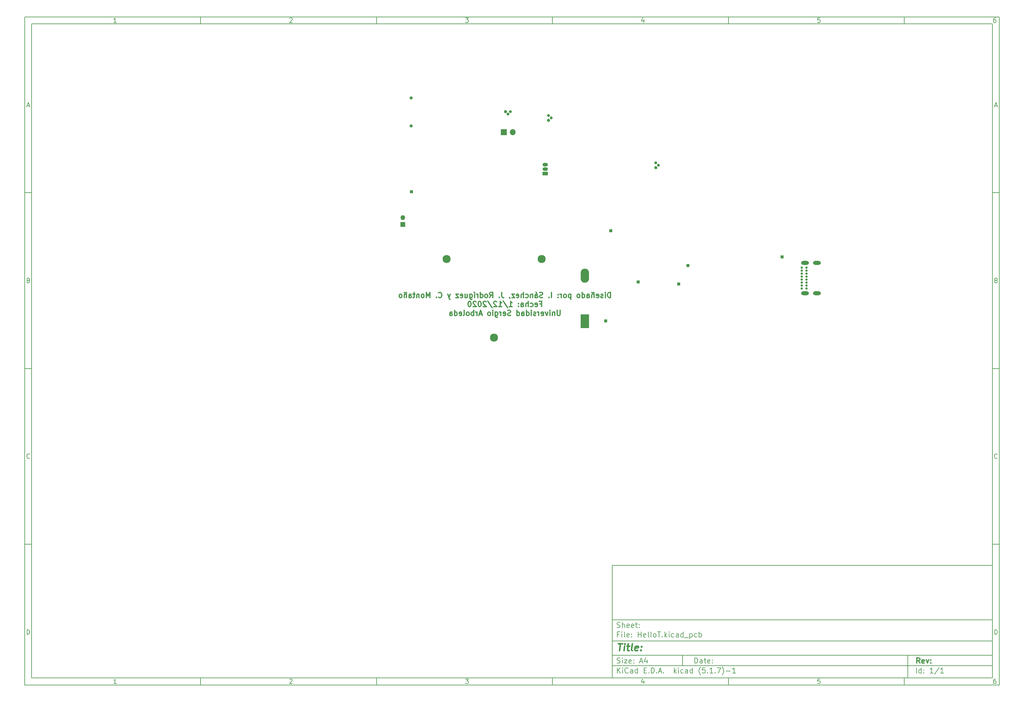
<source format=gbr>
%TF.GenerationSoftware,KiCad,Pcbnew,(5.1.7)-1*%
%TF.CreationDate,2020-12-03T05:33:56-05:00*%
%TF.ProjectId,HelIoT,48656c49-6f54-42e6-9b69-6361645f7063,rev?*%
%TF.SameCoordinates,Original*%
%TF.FileFunction,Soldermask,Bot*%
%TF.FilePolarity,Negative*%
%FSLAX46Y46*%
G04 Gerber Fmt 4.6, Leading zero omitted, Abs format (unit mm)*
G04 Created by KiCad (PCBNEW (5.1.7)-1) date 2020-12-03 05:33:56*
%MOMM*%
%LPD*%
G01*
G04 APERTURE LIST*
%ADD10C,0.100000*%
%ADD11C,0.150000*%
%ADD12C,0.300000*%
%ADD13C,0.400000*%
%ADD14O,1.350000X1.350000*%
%ADD15R,1.350000X1.350000*%
%ADD16R,0.850000X0.850000*%
%ADD17R,1.500000X1.050000*%
%ADD18O,1.500000X1.050000*%
%ADD19C,0.900000*%
%ADD20O,1.700000X1.700000*%
%ADD21R,1.700000X1.700000*%
%ADD22C,0.800000*%
%ADD23R,2.410000X4.020000*%
%ADD24O,2.410000X4.020000*%
%ADD25C,2.300000*%
%ADD26O,2.216000X1.108000*%
%ADD27C,0.650000*%
G04 APERTURE END LIST*
D10*
D11*
X177002200Y-166007200D02*
X177002200Y-198007200D01*
X285002200Y-198007200D01*
X285002200Y-166007200D01*
X177002200Y-166007200D01*
D10*
D11*
X10000000Y-10000000D02*
X10000000Y-200007200D01*
X287002200Y-200007200D01*
X287002200Y-10000000D01*
X10000000Y-10000000D01*
D10*
D11*
X12000000Y-12000000D02*
X12000000Y-198007200D01*
X285002200Y-198007200D01*
X285002200Y-12000000D01*
X12000000Y-12000000D01*
D10*
D11*
X60000000Y-12000000D02*
X60000000Y-10000000D01*
D10*
D11*
X110000000Y-12000000D02*
X110000000Y-10000000D01*
D10*
D11*
X160000000Y-12000000D02*
X160000000Y-10000000D01*
D10*
D11*
X210000000Y-12000000D02*
X210000000Y-10000000D01*
D10*
D11*
X260000000Y-12000000D02*
X260000000Y-10000000D01*
D10*
D11*
X36065476Y-11588095D02*
X35322619Y-11588095D01*
X35694047Y-11588095D02*
X35694047Y-10288095D01*
X35570238Y-10473809D01*
X35446428Y-10597619D01*
X35322619Y-10659523D01*
D10*
D11*
X85322619Y-10411904D02*
X85384523Y-10350000D01*
X85508333Y-10288095D01*
X85817857Y-10288095D01*
X85941666Y-10350000D01*
X86003571Y-10411904D01*
X86065476Y-10535714D01*
X86065476Y-10659523D01*
X86003571Y-10845238D01*
X85260714Y-11588095D01*
X86065476Y-11588095D01*
D10*
D11*
X135260714Y-10288095D02*
X136065476Y-10288095D01*
X135632142Y-10783333D01*
X135817857Y-10783333D01*
X135941666Y-10845238D01*
X136003571Y-10907142D01*
X136065476Y-11030952D01*
X136065476Y-11340476D01*
X136003571Y-11464285D01*
X135941666Y-11526190D01*
X135817857Y-11588095D01*
X135446428Y-11588095D01*
X135322619Y-11526190D01*
X135260714Y-11464285D01*
D10*
D11*
X185941666Y-10721428D02*
X185941666Y-11588095D01*
X185632142Y-10226190D02*
X185322619Y-11154761D01*
X186127380Y-11154761D01*
D10*
D11*
X236003571Y-10288095D02*
X235384523Y-10288095D01*
X235322619Y-10907142D01*
X235384523Y-10845238D01*
X235508333Y-10783333D01*
X235817857Y-10783333D01*
X235941666Y-10845238D01*
X236003571Y-10907142D01*
X236065476Y-11030952D01*
X236065476Y-11340476D01*
X236003571Y-11464285D01*
X235941666Y-11526190D01*
X235817857Y-11588095D01*
X235508333Y-11588095D01*
X235384523Y-11526190D01*
X235322619Y-11464285D01*
D10*
D11*
X285941666Y-10288095D02*
X285694047Y-10288095D01*
X285570238Y-10350000D01*
X285508333Y-10411904D01*
X285384523Y-10597619D01*
X285322619Y-10845238D01*
X285322619Y-11340476D01*
X285384523Y-11464285D01*
X285446428Y-11526190D01*
X285570238Y-11588095D01*
X285817857Y-11588095D01*
X285941666Y-11526190D01*
X286003571Y-11464285D01*
X286065476Y-11340476D01*
X286065476Y-11030952D01*
X286003571Y-10907142D01*
X285941666Y-10845238D01*
X285817857Y-10783333D01*
X285570238Y-10783333D01*
X285446428Y-10845238D01*
X285384523Y-10907142D01*
X285322619Y-11030952D01*
D10*
D11*
X60000000Y-198007200D02*
X60000000Y-200007200D01*
D10*
D11*
X110000000Y-198007200D02*
X110000000Y-200007200D01*
D10*
D11*
X160000000Y-198007200D02*
X160000000Y-200007200D01*
D10*
D11*
X210000000Y-198007200D02*
X210000000Y-200007200D01*
D10*
D11*
X260000000Y-198007200D02*
X260000000Y-200007200D01*
D10*
D11*
X36065476Y-199595295D02*
X35322619Y-199595295D01*
X35694047Y-199595295D02*
X35694047Y-198295295D01*
X35570238Y-198481009D01*
X35446428Y-198604819D01*
X35322619Y-198666723D01*
D10*
D11*
X85322619Y-198419104D02*
X85384523Y-198357200D01*
X85508333Y-198295295D01*
X85817857Y-198295295D01*
X85941666Y-198357200D01*
X86003571Y-198419104D01*
X86065476Y-198542914D01*
X86065476Y-198666723D01*
X86003571Y-198852438D01*
X85260714Y-199595295D01*
X86065476Y-199595295D01*
D10*
D11*
X135260714Y-198295295D02*
X136065476Y-198295295D01*
X135632142Y-198790533D01*
X135817857Y-198790533D01*
X135941666Y-198852438D01*
X136003571Y-198914342D01*
X136065476Y-199038152D01*
X136065476Y-199347676D01*
X136003571Y-199471485D01*
X135941666Y-199533390D01*
X135817857Y-199595295D01*
X135446428Y-199595295D01*
X135322619Y-199533390D01*
X135260714Y-199471485D01*
D10*
D11*
X185941666Y-198728628D02*
X185941666Y-199595295D01*
X185632142Y-198233390D02*
X185322619Y-199161961D01*
X186127380Y-199161961D01*
D10*
D11*
X236003571Y-198295295D02*
X235384523Y-198295295D01*
X235322619Y-198914342D01*
X235384523Y-198852438D01*
X235508333Y-198790533D01*
X235817857Y-198790533D01*
X235941666Y-198852438D01*
X236003571Y-198914342D01*
X236065476Y-199038152D01*
X236065476Y-199347676D01*
X236003571Y-199471485D01*
X235941666Y-199533390D01*
X235817857Y-199595295D01*
X235508333Y-199595295D01*
X235384523Y-199533390D01*
X235322619Y-199471485D01*
D10*
D11*
X285941666Y-198295295D02*
X285694047Y-198295295D01*
X285570238Y-198357200D01*
X285508333Y-198419104D01*
X285384523Y-198604819D01*
X285322619Y-198852438D01*
X285322619Y-199347676D01*
X285384523Y-199471485D01*
X285446428Y-199533390D01*
X285570238Y-199595295D01*
X285817857Y-199595295D01*
X285941666Y-199533390D01*
X286003571Y-199471485D01*
X286065476Y-199347676D01*
X286065476Y-199038152D01*
X286003571Y-198914342D01*
X285941666Y-198852438D01*
X285817857Y-198790533D01*
X285570238Y-198790533D01*
X285446428Y-198852438D01*
X285384523Y-198914342D01*
X285322619Y-199038152D01*
D10*
D11*
X10000000Y-60000000D02*
X12000000Y-60000000D01*
D10*
D11*
X10000000Y-110000000D02*
X12000000Y-110000000D01*
D10*
D11*
X10000000Y-160000000D02*
X12000000Y-160000000D01*
D10*
D11*
X10690476Y-35216666D02*
X11309523Y-35216666D01*
X10566666Y-35588095D02*
X11000000Y-34288095D01*
X11433333Y-35588095D01*
D10*
D11*
X11092857Y-84907142D02*
X11278571Y-84969047D01*
X11340476Y-85030952D01*
X11402380Y-85154761D01*
X11402380Y-85340476D01*
X11340476Y-85464285D01*
X11278571Y-85526190D01*
X11154761Y-85588095D01*
X10659523Y-85588095D01*
X10659523Y-84288095D01*
X11092857Y-84288095D01*
X11216666Y-84350000D01*
X11278571Y-84411904D01*
X11340476Y-84535714D01*
X11340476Y-84659523D01*
X11278571Y-84783333D01*
X11216666Y-84845238D01*
X11092857Y-84907142D01*
X10659523Y-84907142D01*
D10*
D11*
X11402380Y-135464285D02*
X11340476Y-135526190D01*
X11154761Y-135588095D01*
X11030952Y-135588095D01*
X10845238Y-135526190D01*
X10721428Y-135402380D01*
X10659523Y-135278571D01*
X10597619Y-135030952D01*
X10597619Y-134845238D01*
X10659523Y-134597619D01*
X10721428Y-134473809D01*
X10845238Y-134350000D01*
X11030952Y-134288095D01*
X11154761Y-134288095D01*
X11340476Y-134350000D01*
X11402380Y-134411904D01*
D10*
D11*
X10659523Y-185588095D02*
X10659523Y-184288095D01*
X10969047Y-184288095D01*
X11154761Y-184350000D01*
X11278571Y-184473809D01*
X11340476Y-184597619D01*
X11402380Y-184845238D01*
X11402380Y-185030952D01*
X11340476Y-185278571D01*
X11278571Y-185402380D01*
X11154761Y-185526190D01*
X10969047Y-185588095D01*
X10659523Y-185588095D01*
D10*
D11*
X287002200Y-60000000D02*
X285002200Y-60000000D01*
D10*
D11*
X287002200Y-110000000D02*
X285002200Y-110000000D01*
D10*
D11*
X287002200Y-160000000D02*
X285002200Y-160000000D01*
D10*
D11*
X285692676Y-35216666D02*
X286311723Y-35216666D01*
X285568866Y-35588095D02*
X286002200Y-34288095D01*
X286435533Y-35588095D01*
D10*
D11*
X286095057Y-84907142D02*
X286280771Y-84969047D01*
X286342676Y-85030952D01*
X286404580Y-85154761D01*
X286404580Y-85340476D01*
X286342676Y-85464285D01*
X286280771Y-85526190D01*
X286156961Y-85588095D01*
X285661723Y-85588095D01*
X285661723Y-84288095D01*
X286095057Y-84288095D01*
X286218866Y-84350000D01*
X286280771Y-84411904D01*
X286342676Y-84535714D01*
X286342676Y-84659523D01*
X286280771Y-84783333D01*
X286218866Y-84845238D01*
X286095057Y-84907142D01*
X285661723Y-84907142D01*
D10*
D11*
X286404580Y-135464285D02*
X286342676Y-135526190D01*
X286156961Y-135588095D01*
X286033152Y-135588095D01*
X285847438Y-135526190D01*
X285723628Y-135402380D01*
X285661723Y-135278571D01*
X285599819Y-135030952D01*
X285599819Y-134845238D01*
X285661723Y-134597619D01*
X285723628Y-134473809D01*
X285847438Y-134350000D01*
X286033152Y-134288095D01*
X286156961Y-134288095D01*
X286342676Y-134350000D01*
X286404580Y-134411904D01*
D10*
D11*
X285661723Y-185588095D02*
X285661723Y-184288095D01*
X285971247Y-184288095D01*
X286156961Y-184350000D01*
X286280771Y-184473809D01*
X286342676Y-184597619D01*
X286404580Y-184845238D01*
X286404580Y-185030952D01*
X286342676Y-185278571D01*
X286280771Y-185402380D01*
X286156961Y-185526190D01*
X285971247Y-185588095D01*
X285661723Y-185588095D01*
D10*
D11*
X200434342Y-193785771D02*
X200434342Y-192285771D01*
X200791485Y-192285771D01*
X201005771Y-192357200D01*
X201148628Y-192500057D01*
X201220057Y-192642914D01*
X201291485Y-192928628D01*
X201291485Y-193142914D01*
X201220057Y-193428628D01*
X201148628Y-193571485D01*
X201005771Y-193714342D01*
X200791485Y-193785771D01*
X200434342Y-193785771D01*
X202577200Y-193785771D02*
X202577200Y-193000057D01*
X202505771Y-192857200D01*
X202362914Y-192785771D01*
X202077200Y-192785771D01*
X201934342Y-192857200D01*
X202577200Y-193714342D02*
X202434342Y-193785771D01*
X202077200Y-193785771D01*
X201934342Y-193714342D01*
X201862914Y-193571485D01*
X201862914Y-193428628D01*
X201934342Y-193285771D01*
X202077200Y-193214342D01*
X202434342Y-193214342D01*
X202577200Y-193142914D01*
X203077200Y-192785771D02*
X203648628Y-192785771D01*
X203291485Y-192285771D02*
X203291485Y-193571485D01*
X203362914Y-193714342D01*
X203505771Y-193785771D01*
X203648628Y-193785771D01*
X204720057Y-193714342D02*
X204577200Y-193785771D01*
X204291485Y-193785771D01*
X204148628Y-193714342D01*
X204077200Y-193571485D01*
X204077200Y-193000057D01*
X204148628Y-192857200D01*
X204291485Y-192785771D01*
X204577200Y-192785771D01*
X204720057Y-192857200D01*
X204791485Y-193000057D01*
X204791485Y-193142914D01*
X204077200Y-193285771D01*
X205434342Y-193642914D02*
X205505771Y-193714342D01*
X205434342Y-193785771D01*
X205362914Y-193714342D01*
X205434342Y-193642914D01*
X205434342Y-193785771D01*
X205434342Y-192857200D02*
X205505771Y-192928628D01*
X205434342Y-193000057D01*
X205362914Y-192928628D01*
X205434342Y-192857200D01*
X205434342Y-193000057D01*
D10*
D11*
X177002200Y-194507200D02*
X285002200Y-194507200D01*
D10*
D11*
X178434342Y-196585771D02*
X178434342Y-195085771D01*
X179291485Y-196585771D02*
X178648628Y-195728628D01*
X179291485Y-195085771D02*
X178434342Y-195942914D01*
X179934342Y-196585771D02*
X179934342Y-195585771D01*
X179934342Y-195085771D02*
X179862914Y-195157200D01*
X179934342Y-195228628D01*
X180005771Y-195157200D01*
X179934342Y-195085771D01*
X179934342Y-195228628D01*
X181505771Y-196442914D02*
X181434342Y-196514342D01*
X181220057Y-196585771D01*
X181077200Y-196585771D01*
X180862914Y-196514342D01*
X180720057Y-196371485D01*
X180648628Y-196228628D01*
X180577200Y-195942914D01*
X180577200Y-195728628D01*
X180648628Y-195442914D01*
X180720057Y-195300057D01*
X180862914Y-195157200D01*
X181077200Y-195085771D01*
X181220057Y-195085771D01*
X181434342Y-195157200D01*
X181505771Y-195228628D01*
X182791485Y-196585771D02*
X182791485Y-195800057D01*
X182720057Y-195657200D01*
X182577200Y-195585771D01*
X182291485Y-195585771D01*
X182148628Y-195657200D01*
X182791485Y-196514342D02*
X182648628Y-196585771D01*
X182291485Y-196585771D01*
X182148628Y-196514342D01*
X182077200Y-196371485D01*
X182077200Y-196228628D01*
X182148628Y-196085771D01*
X182291485Y-196014342D01*
X182648628Y-196014342D01*
X182791485Y-195942914D01*
X184148628Y-196585771D02*
X184148628Y-195085771D01*
X184148628Y-196514342D02*
X184005771Y-196585771D01*
X183720057Y-196585771D01*
X183577200Y-196514342D01*
X183505771Y-196442914D01*
X183434342Y-196300057D01*
X183434342Y-195871485D01*
X183505771Y-195728628D01*
X183577200Y-195657200D01*
X183720057Y-195585771D01*
X184005771Y-195585771D01*
X184148628Y-195657200D01*
X186005771Y-195800057D02*
X186505771Y-195800057D01*
X186720057Y-196585771D02*
X186005771Y-196585771D01*
X186005771Y-195085771D01*
X186720057Y-195085771D01*
X187362914Y-196442914D02*
X187434342Y-196514342D01*
X187362914Y-196585771D01*
X187291485Y-196514342D01*
X187362914Y-196442914D01*
X187362914Y-196585771D01*
X188077200Y-196585771D02*
X188077200Y-195085771D01*
X188434342Y-195085771D01*
X188648628Y-195157200D01*
X188791485Y-195300057D01*
X188862914Y-195442914D01*
X188934342Y-195728628D01*
X188934342Y-195942914D01*
X188862914Y-196228628D01*
X188791485Y-196371485D01*
X188648628Y-196514342D01*
X188434342Y-196585771D01*
X188077200Y-196585771D01*
X189577200Y-196442914D02*
X189648628Y-196514342D01*
X189577200Y-196585771D01*
X189505771Y-196514342D01*
X189577200Y-196442914D01*
X189577200Y-196585771D01*
X190220057Y-196157200D02*
X190934342Y-196157200D01*
X190077200Y-196585771D02*
X190577200Y-195085771D01*
X191077200Y-196585771D01*
X191577200Y-196442914D02*
X191648628Y-196514342D01*
X191577200Y-196585771D01*
X191505771Y-196514342D01*
X191577200Y-196442914D01*
X191577200Y-196585771D01*
X194577200Y-196585771D02*
X194577200Y-195085771D01*
X194720057Y-196014342D02*
X195148628Y-196585771D01*
X195148628Y-195585771D02*
X194577200Y-196157200D01*
X195791485Y-196585771D02*
X195791485Y-195585771D01*
X195791485Y-195085771D02*
X195720057Y-195157200D01*
X195791485Y-195228628D01*
X195862914Y-195157200D01*
X195791485Y-195085771D01*
X195791485Y-195228628D01*
X197148628Y-196514342D02*
X197005771Y-196585771D01*
X196720057Y-196585771D01*
X196577200Y-196514342D01*
X196505771Y-196442914D01*
X196434342Y-196300057D01*
X196434342Y-195871485D01*
X196505771Y-195728628D01*
X196577200Y-195657200D01*
X196720057Y-195585771D01*
X197005771Y-195585771D01*
X197148628Y-195657200D01*
X198434342Y-196585771D02*
X198434342Y-195800057D01*
X198362914Y-195657200D01*
X198220057Y-195585771D01*
X197934342Y-195585771D01*
X197791485Y-195657200D01*
X198434342Y-196514342D02*
X198291485Y-196585771D01*
X197934342Y-196585771D01*
X197791485Y-196514342D01*
X197720057Y-196371485D01*
X197720057Y-196228628D01*
X197791485Y-196085771D01*
X197934342Y-196014342D01*
X198291485Y-196014342D01*
X198434342Y-195942914D01*
X199791485Y-196585771D02*
X199791485Y-195085771D01*
X199791485Y-196514342D02*
X199648628Y-196585771D01*
X199362914Y-196585771D01*
X199220057Y-196514342D01*
X199148628Y-196442914D01*
X199077200Y-196300057D01*
X199077200Y-195871485D01*
X199148628Y-195728628D01*
X199220057Y-195657200D01*
X199362914Y-195585771D01*
X199648628Y-195585771D01*
X199791485Y-195657200D01*
X202077200Y-197157200D02*
X202005771Y-197085771D01*
X201862914Y-196871485D01*
X201791485Y-196728628D01*
X201720057Y-196514342D01*
X201648628Y-196157200D01*
X201648628Y-195871485D01*
X201720057Y-195514342D01*
X201791485Y-195300057D01*
X201862914Y-195157200D01*
X202005771Y-194942914D01*
X202077200Y-194871485D01*
X203362914Y-195085771D02*
X202648628Y-195085771D01*
X202577200Y-195800057D01*
X202648628Y-195728628D01*
X202791485Y-195657200D01*
X203148628Y-195657200D01*
X203291485Y-195728628D01*
X203362914Y-195800057D01*
X203434342Y-195942914D01*
X203434342Y-196300057D01*
X203362914Y-196442914D01*
X203291485Y-196514342D01*
X203148628Y-196585771D01*
X202791485Y-196585771D01*
X202648628Y-196514342D01*
X202577200Y-196442914D01*
X204077200Y-196442914D02*
X204148628Y-196514342D01*
X204077200Y-196585771D01*
X204005771Y-196514342D01*
X204077200Y-196442914D01*
X204077200Y-196585771D01*
X205577200Y-196585771D02*
X204720057Y-196585771D01*
X205148628Y-196585771D02*
X205148628Y-195085771D01*
X205005771Y-195300057D01*
X204862914Y-195442914D01*
X204720057Y-195514342D01*
X206220057Y-196442914D02*
X206291485Y-196514342D01*
X206220057Y-196585771D01*
X206148628Y-196514342D01*
X206220057Y-196442914D01*
X206220057Y-196585771D01*
X206791485Y-195085771D02*
X207791485Y-195085771D01*
X207148628Y-196585771D01*
X208220057Y-197157200D02*
X208291485Y-197085771D01*
X208434342Y-196871485D01*
X208505771Y-196728628D01*
X208577200Y-196514342D01*
X208648628Y-196157200D01*
X208648628Y-195871485D01*
X208577200Y-195514342D01*
X208505771Y-195300057D01*
X208434342Y-195157200D01*
X208291485Y-194942914D01*
X208220057Y-194871485D01*
X209362914Y-196014342D02*
X210505771Y-196014342D01*
X212005771Y-196585771D02*
X211148628Y-196585771D01*
X211577200Y-196585771D02*
X211577200Y-195085771D01*
X211434342Y-195300057D01*
X211291485Y-195442914D01*
X211148628Y-195514342D01*
D10*
D11*
X177002200Y-191507200D02*
X285002200Y-191507200D01*
D10*
D12*
X264411485Y-193785771D02*
X263911485Y-193071485D01*
X263554342Y-193785771D02*
X263554342Y-192285771D01*
X264125771Y-192285771D01*
X264268628Y-192357200D01*
X264340057Y-192428628D01*
X264411485Y-192571485D01*
X264411485Y-192785771D01*
X264340057Y-192928628D01*
X264268628Y-193000057D01*
X264125771Y-193071485D01*
X263554342Y-193071485D01*
X265625771Y-193714342D02*
X265482914Y-193785771D01*
X265197200Y-193785771D01*
X265054342Y-193714342D01*
X264982914Y-193571485D01*
X264982914Y-193000057D01*
X265054342Y-192857200D01*
X265197200Y-192785771D01*
X265482914Y-192785771D01*
X265625771Y-192857200D01*
X265697200Y-193000057D01*
X265697200Y-193142914D01*
X264982914Y-193285771D01*
X266197200Y-192785771D02*
X266554342Y-193785771D01*
X266911485Y-192785771D01*
X267482914Y-193642914D02*
X267554342Y-193714342D01*
X267482914Y-193785771D01*
X267411485Y-193714342D01*
X267482914Y-193642914D01*
X267482914Y-193785771D01*
X267482914Y-192857200D02*
X267554342Y-192928628D01*
X267482914Y-193000057D01*
X267411485Y-192928628D01*
X267482914Y-192857200D01*
X267482914Y-193000057D01*
D10*
D11*
X178362914Y-193714342D02*
X178577200Y-193785771D01*
X178934342Y-193785771D01*
X179077200Y-193714342D01*
X179148628Y-193642914D01*
X179220057Y-193500057D01*
X179220057Y-193357200D01*
X179148628Y-193214342D01*
X179077200Y-193142914D01*
X178934342Y-193071485D01*
X178648628Y-193000057D01*
X178505771Y-192928628D01*
X178434342Y-192857200D01*
X178362914Y-192714342D01*
X178362914Y-192571485D01*
X178434342Y-192428628D01*
X178505771Y-192357200D01*
X178648628Y-192285771D01*
X179005771Y-192285771D01*
X179220057Y-192357200D01*
X179862914Y-193785771D02*
X179862914Y-192785771D01*
X179862914Y-192285771D02*
X179791485Y-192357200D01*
X179862914Y-192428628D01*
X179934342Y-192357200D01*
X179862914Y-192285771D01*
X179862914Y-192428628D01*
X180434342Y-192785771D02*
X181220057Y-192785771D01*
X180434342Y-193785771D01*
X181220057Y-193785771D01*
X182362914Y-193714342D02*
X182220057Y-193785771D01*
X181934342Y-193785771D01*
X181791485Y-193714342D01*
X181720057Y-193571485D01*
X181720057Y-193000057D01*
X181791485Y-192857200D01*
X181934342Y-192785771D01*
X182220057Y-192785771D01*
X182362914Y-192857200D01*
X182434342Y-193000057D01*
X182434342Y-193142914D01*
X181720057Y-193285771D01*
X183077200Y-193642914D02*
X183148628Y-193714342D01*
X183077200Y-193785771D01*
X183005771Y-193714342D01*
X183077200Y-193642914D01*
X183077200Y-193785771D01*
X183077200Y-192857200D02*
X183148628Y-192928628D01*
X183077200Y-193000057D01*
X183005771Y-192928628D01*
X183077200Y-192857200D01*
X183077200Y-193000057D01*
X184862914Y-193357200D02*
X185577200Y-193357200D01*
X184720057Y-193785771D02*
X185220057Y-192285771D01*
X185720057Y-193785771D01*
X186862914Y-192785771D02*
X186862914Y-193785771D01*
X186505771Y-192214342D02*
X186148628Y-193285771D01*
X187077200Y-193285771D01*
D10*
D11*
X263434342Y-196585771D02*
X263434342Y-195085771D01*
X264791485Y-196585771D02*
X264791485Y-195085771D01*
X264791485Y-196514342D02*
X264648628Y-196585771D01*
X264362914Y-196585771D01*
X264220057Y-196514342D01*
X264148628Y-196442914D01*
X264077200Y-196300057D01*
X264077200Y-195871485D01*
X264148628Y-195728628D01*
X264220057Y-195657200D01*
X264362914Y-195585771D01*
X264648628Y-195585771D01*
X264791485Y-195657200D01*
X265505771Y-196442914D02*
X265577200Y-196514342D01*
X265505771Y-196585771D01*
X265434342Y-196514342D01*
X265505771Y-196442914D01*
X265505771Y-196585771D01*
X265505771Y-195657200D02*
X265577200Y-195728628D01*
X265505771Y-195800057D01*
X265434342Y-195728628D01*
X265505771Y-195657200D01*
X265505771Y-195800057D01*
X268148628Y-196585771D02*
X267291485Y-196585771D01*
X267720057Y-196585771D02*
X267720057Y-195085771D01*
X267577200Y-195300057D01*
X267434342Y-195442914D01*
X267291485Y-195514342D01*
X269862914Y-195014342D02*
X268577200Y-196942914D01*
X271148628Y-196585771D02*
X270291485Y-196585771D01*
X270720057Y-196585771D02*
X270720057Y-195085771D01*
X270577200Y-195300057D01*
X270434342Y-195442914D01*
X270291485Y-195514342D01*
D10*
D11*
X177002200Y-187507200D02*
X285002200Y-187507200D01*
D10*
D13*
X178714580Y-188211961D02*
X179857438Y-188211961D01*
X179036009Y-190211961D02*
X179286009Y-188211961D01*
X180274104Y-190211961D02*
X180440771Y-188878628D01*
X180524104Y-188211961D02*
X180416961Y-188307200D01*
X180500295Y-188402438D01*
X180607438Y-188307200D01*
X180524104Y-188211961D01*
X180500295Y-188402438D01*
X181107438Y-188878628D02*
X181869342Y-188878628D01*
X181476485Y-188211961D02*
X181262200Y-189926247D01*
X181333628Y-190116723D01*
X181512200Y-190211961D01*
X181702676Y-190211961D01*
X182655057Y-190211961D02*
X182476485Y-190116723D01*
X182405057Y-189926247D01*
X182619342Y-188211961D01*
X184190771Y-190116723D02*
X183988390Y-190211961D01*
X183607438Y-190211961D01*
X183428866Y-190116723D01*
X183357438Y-189926247D01*
X183452676Y-189164342D01*
X183571723Y-188973866D01*
X183774104Y-188878628D01*
X184155057Y-188878628D01*
X184333628Y-188973866D01*
X184405057Y-189164342D01*
X184381247Y-189354819D01*
X183405057Y-189545295D01*
X185155057Y-190021485D02*
X185238390Y-190116723D01*
X185131247Y-190211961D01*
X185047914Y-190116723D01*
X185155057Y-190021485D01*
X185131247Y-190211961D01*
X185286009Y-188973866D02*
X185369342Y-189069104D01*
X185262200Y-189164342D01*
X185178866Y-189069104D01*
X185286009Y-188973866D01*
X185262200Y-189164342D01*
D10*
D11*
X178934342Y-185600057D02*
X178434342Y-185600057D01*
X178434342Y-186385771D02*
X178434342Y-184885771D01*
X179148628Y-184885771D01*
X179720057Y-186385771D02*
X179720057Y-185385771D01*
X179720057Y-184885771D02*
X179648628Y-184957200D01*
X179720057Y-185028628D01*
X179791485Y-184957200D01*
X179720057Y-184885771D01*
X179720057Y-185028628D01*
X180648628Y-186385771D02*
X180505771Y-186314342D01*
X180434342Y-186171485D01*
X180434342Y-184885771D01*
X181791485Y-186314342D02*
X181648628Y-186385771D01*
X181362914Y-186385771D01*
X181220057Y-186314342D01*
X181148628Y-186171485D01*
X181148628Y-185600057D01*
X181220057Y-185457200D01*
X181362914Y-185385771D01*
X181648628Y-185385771D01*
X181791485Y-185457200D01*
X181862914Y-185600057D01*
X181862914Y-185742914D01*
X181148628Y-185885771D01*
X182505771Y-186242914D02*
X182577200Y-186314342D01*
X182505771Y-186385771D01*
X182434342Y-186314342D01*
X182505771Y-186242914D01*
X182505771Y-186385771D01*
X182505771Y-185457200D02*
X182577200Y-185528628D01*
X182505771Y-185600057D01*
X182434342Y-185528628D01*
X182505771Y-185457200D01*
X182505771Y-185600057D01*
X184362914Y-186385771D02*
X184362914Y-184885771D01*
X184362914Y-185600057D02*
X185220057Y-185600057D01*
X185220057Y-186385771D02*
X185220057Y-184885771D01*
X186505771Y-186314342D02*
X186362914Y-186385771D01*
X186077200Y-186385771D01*
X185934342Y-186314342D01*
X185862914Y-186171485D01*
X185862914Y-185600057D01*
X185934342Y-185457200D01*
X186077200Y-185385771D01*
X186362914Y-185385771D01*
X186505771Y-185457200D01*
X186577200Y-185600057D01*
X186577200Y-185742914D01*
X185862914Y-185885771D01*
X187434342Y-186385771D02*
X187291485Y-186314342D01*
X187220057Y-186171485D01*
X187220057Y-184885771D01*
X188005771Y-186385771D02*
X188005771Y-184885771D01*
X188934342Y-186385771D02*
X188791485Y-186314342D01*
X188720057Y-186242914D01*
X188648628Y-186100057D01*
X188648628Y-185671485D01*
X188720057Y-185528628D01*
X188791485Y-185457200D01*
X188934342Y-185385771D01*
X189148628Y-185385771D01*
X189291485Y-185457200D01*
X189362914Y-185528628D01*
X189434342Y-185671485D01*
X189434342Y-186100057D01*
X189362914Y-186242914D01*
X189291485Y-186314342D01*
X189148628Y-186385771D01*
X188934342Y-186385771D01*
X189862914Y-184885771D02*
X190720057Y-184885771D01*
X190291485Y-186385771D02*
X190291485Y-184885771D01*
X191220057Y-186242914D02*
X191291485Y-186314342D01*
X191220057Y-186385771D01*
X191148628Y-186314342D01*
X191220057Y-186242914D01*
X191220057Y-186385771D01*
X191934342Y-186385771D02*
X191934342Y-184885771D01*
X192077200Y-185814342D02*
X192505771Y-186385771D01*
X192505771Y-185385771D02*
X191934342Y-185957200D01*
X193148628Y-186385771D02*
X193148628Y-185385771D01*
X193148628Y-184885771D02*
X193077200Y-184957200D01*
X193148628Y-185028628D01*
X193220057Y-184957200D01*
X193148628Y-184885771D01*
X193148628Y-185028628D01*
X194505771Y-186314342D02*
X194362914Y-186385771D01*
X194077200Y-186385771D01*
X193934342Y-186314342D01*
X193862914Y-186242914D01*
X193791485Y-186100057D01*
X193791485Y-185671485D01*
X193862914Y-185528628D01*
X193934342Y-185457200D01*
X194077200Y-185385771D01*
X194362914Y-185385771D01*
X194505771Y-185457200D01*
X195791485Y-186385771D02*
X195791485Y-185600057D01*
X195720057Y-185457200D01*
X195577200Y-185385771D01*
X195291485Y-185385771D01*
X195148628Y-185457200D01*
X195791485Y-186314342D02*
X195648628Y-186385771D01*
X195291485Y-186385771D01*
X195148628Y-186314342D01*
X195077200Y-186171485D01*
X195077200Y-186028628D01*
X195148628Y-185885771D01*
X195291485Y-185814342D01*
X195648628Y-185814342D01*
X195791485Y-185742914D01*
X197148628Y-186385771D02*
X197148628Y-184885771D01*
X197148628Y-186314342D02*
X197005771Y-186385771D01*
X196720057Y-186385771D01*
X196577200Y-186314342D01*
X196505771Y-186242914D01*
X196434342Y-186100057D01*
X196434342Y-185671485D01*
X196505771Y-185528628D01*
X196577200Y-185457200D01*
X196720057Y-185385771D01*
X197005771Y-185385771D01*
X197148628Y-185457200D01*
X197505771Y-186528628D02*
X198648628Y-186528628D01*
X199005771Y-185385771D02*
X199005771Y-186885771D01*
X199005771Y-185457200D02*
X199148628Y-185385771D01*
X199434342Y-185385771D01*
X199577200Y-185457200D01*
X199648628Y-185528628D01*
X199720057Y-185671485D01*
X199720057Y-186100057D01*
X199648628Y-186242914D01*
X199577200Y-186314342D01*
X199434342Y-186385771D01*
X199148628Y-186385771D01*
X199005771Y-186314342D01*
X201005771Y-186314342D02*
X200862914Y-186385771D01*
X200577200Y-186385771D01*
X200434342Y-186314342D01*
X200362914Y-186242914D01*
X200291485Y-186100057D01*
X200291485Y-185671485D01*
X200362914Y-185528628D01*
X200434342Y-185457200D01*
X200577200Y-185385771D01*
X200862914Y-185385771D01*
X201005771Y-185457200D01*
X201648628Y-186385771D02*
X201648628Y-184885771D01*
X201648628Y-185457200D02*
X201791485Y-185385771D01*
X202077200Y-185385771D01*
X202220057Y-185457200D01*
X202291485Y-185528628D01*
X202362914Y-185671485D01*
X202362914Y-186100057D01*
X202291485Y-186242914D01*
X202220057Y-186314342D01*
X202077200Y-186385771D01*
X201791485Y-186385771D01*
X201648628Y-186314342D01*
D10*
D11*
X177002200Y-181507200D02*
X285002200Y-181507200D01*
D10*
D11*
X178362914Y-183614342D02*
X178577200Y-183685771D01*
X178934342Y-183685771D01*
X179077200Y-183614342D01*
X179148628Y-183542914D01*
X179220057Y-183400057D01*
X179220057Y-183257200D01*
X179148628Y-183114342D01*
X179077200Y-183042914D01*
X178934342Y-182971485D01*
X178648628Y-182900057D01*
X178505771Y-182828628D01*
X178434342Y-182757200D01*
X178362914Y-182614342D01*
X178362914Y-182471485D01*
X178434342Y-182328628D01*
X178505771Y-182257200D01*
X178648628Y-182185771D01*
X179005771Y-182185771D01*
X179220057Y-182257200D01*
X179862914Y-183685771D02*
X179862914Y-182185771D01*
X180505771Y-183685771D02*
X180505771Y-182900057D01*
X180434342Y-182757200D01*
X180291485Y-182685771D01*
X180077200Y-182685771D01*
X179934342Y-182757200D01*
X179862914Y-182828628D01*
X181791485Y-183614342D02*
X181648628Y-183685771D01*
X181362914Y-183685771D01*
X181220057Y-183614342D01*
X181148628Y-183471485D01*
X181148628Y-182900057D01*
X181220057Y-182757200D01*
X181362914Y-182685771D01*
X181648628Y-182685771D01*
X181791485Y-182757200D01*
X181862914Y-182900057D01*
X181862914Y-183042914D01*
X181148628Y-183185771D01*
X183077200Y-183614342D02*
X182934342Y-183685771D01*
X182648628Y-183685771D01*
X182505771Y-183614342D01*
X182434342Y-183471485D01*
X182434342Y-182900057D01*
X182505771Y-182757200D01*
X182648628Y-182685771D01*
X182934342Y-182685771D01*
X183077200Y-182757200D01*
X183148628Y-182900057D01*
X183148628Y-183042914D01*
X182434342Y-183185771D01*
X183577200Y-182685771D02*
X184148628Y-182685771D01*
X183791485Y-182185771D02*
X183791485Y-183471485D01*
X183862914Y-183614342D01*
X184005771Y-183685771D01*
X184148628Y-183685771D01*
X184648628Y-183542914D02*
X184720057Y-183614342D01*
X184648628Y-183685771D01*
X184577200Y-183614342D01*
X184648628Y-183542914D01*
X184648628Y-183685771D01*
X184648628Y-182757200D02*
X184720057Y-182828628D01*
X184648628Y-182900057D01*
X184577200Y-182828628D01*
X184648628Y-182757200D01*
X184648628Y-182900057D01*
D10*
D11*
X197002200Y-191507200D02*
X197002200Y-194507200D01*
D10*
D11*
X261002200Y-191507200D02*
X261002200Y-198007200D01*
D12*
X176500000Y-89853571D02*
X176500000Y-88353571D01*
X176142857Y-88353571D01*
X175928571Y-88425000D01*
X175785714Y-88567857D01*
X175714285Y-88710714D01*
X175642857Y-88996428D01*
X175642857Y-89210714D01*
X175714285Y-89496428D01*
X175785714Y-89639285D01*
X175928571Y-89782142D01*
X176142857Y-89853571D01*
X176500000Y-89853571D01*
X175000000Y-89853571D02*
X175000000Y-88853571D01*
X175000000Y-88353571D02*
X175071428Y-88425000D01*
X175000000Y-88496428D01*
X174928571Y-88425000D01*
X175000000Y-88353571D01*
X175000000Y-88496428D01*
X174357142Y-89782142D02*
X174214285Y-89853571D01*
X173928571Y-89853571D01*
X173785714Y-89782142D01*
X173714285Y-89639285D01*
X173714285Y-89567857D01*
X173785714Y-89425000D01*
X173928571Y-89353571D01*
X174142857Y-89353571D01*
X174285714Y-89282142D01*
X174357142Y-89139285D01*
X174357142Y-89067857D01*
X174285714Y-88925000D01*
X174142857Y-88853571D01*
X173928571Y-88853571D01*
X173785714Y-88925000D01*
X172500000Y-89782142D02*
X172642857Y-89853571D01*
X172928571Y-89853571D01*
X173071428Y-89782142D01*
X173142857Y-89639285D01*
X173142857Y-89067857D01*
X173071428Y-88925000D01*
X172928571Y-88853571D01*
X172642857Y-88853571D01*
X172500000Y-88925000D01*
X172428571Y-89067857D01*
X172428571Y-89210714D01*
X173142857Y-89353571D01*
X171785714Y-88853571D02*
X171785714Y-89853571D01*
X171785714Y-88996428D02*
X171714285Y-88925000D01*
X171571428Y-88853571D01*
X171357142Y-88853571D01*
X171214285Y-88925000D01*
X171142857Y-89067857D01*
X171142857Y-89853571D01*
X171857142Y-88496428D02*
X171785714Y-88425000D01*
X171642857Y-88353571D01*
X171357142Y-88496428D01*
X171214285Y-88425000D01*
X171142857Y-88353571D01*
X169785714Y-89853571D02*
X169785714Y-89067857D01*
X169857142Y-88925000D01*
X170000000Y-88853571D01*
X170285714Y-88853571D01*
X170428571Y-88925000D01*
X169785714Y-89782142D02*
X169928571Y-89853571D01*
X170285714Y-89853571D01*
X170428571Y-89782142D01*
X170500000Y-89639285D01*
X170500000Y-89496428D01*
X170428571Y-89353571D01*
X170285714Y-89282142D01*
X169928571Y-89282142D01*
X169785714Y-89210714D01*
X168428571Y-89853571D02*
X168428571Y-88353571D01*
X168428571Y-89782142D02*
X168571428Y-89853571D01*
X168857142Y-89853571D01*
X169000000Y-89782142D01*
X169071428Y-89710714D01*
X169142857Y-89567857D01*
X169142857Y-89139285D01*
X169071428Y-88996428D01*
X169000000Y-88925000D01*
X168857142Y-88853571D01*
X168571428Y-88853571D01*
X168428571Y-88925000D01*
X167500000Y-89853571D02*
X167642857Y-89782142D01*
X167714285Y-89710714D01*
X167785714Y-89567857D01*
X167785714Y-89139285D01*
X167714285Y-88996428D01*
X167642857Y-88925000D01*
X167500000Y-88853571D01*
X167285714Y-88853571D01*
X167142857Y-88925000D01*
X167071428Y-88996428D01*
X167000000Y-89139285D01*
X167000000Y-89567857D01*
X167071428Y-89710714D01*
X167142857Y-89782142D01*
X167285714Y-89853571D01*
X167500000Y-89853571D01*
X165214285Y-88853571D02*
X165214285Y-90353571D01*
X165214285Y-88925000D02*
X165071428Y-88853571D01*
X164785714Y-88853571D01*
X164642857Y-88925000D01*
X164571428Y-88996428D01*
X164500000Y-89139285D01*
X164500000Y-89567857D01*
X164571428Y-89710714D01*
X164642857Y-89782142D01*
X164785714Y-89853571D01*
X165071428Y-89853571D01*
X165214285Y-89782142D01*
X163642857Y-89853571D02*
X163785714Y-89782142D01*
X163857142Y-89710714D01*
X163928571Y-89567857D01*
X163928571Y-89139285D01*
X163857142Y-88996428D01*
X163785714Y-88925000D01*
X163642857Y-88853571D01*
X163428571Y-88853571D01*
X163285714Y-88925000D01*
X163214285Y-88996428D01*
X163142857Y-89139285D01*
X163142857Y-89567857D01*
X163214285Y-89710714D01*
X163285714Y-89782142D01*
X163428571Y-89853571D01*
X163642857Y-89853571D01*
X162500000Y-89853571D02*
X162500000Y-88853571D01*
X162500000Y-89139285D02*
X162428571Y-88996428D01*
X162357142Y-88925000D01*
X162214285Y-88853571D01*
X162071428Y-88853571D01*
X161571428Y-89710714D02*
X161500000Y-89782142D01*
X161571428Y-89853571D01*
X161642857Y-89782142D01*
X161571428Y-89710714D01*
X161571428Y-89853571D01*
X161571428Y-88925000D02*
X161500000Y-88996428D01*
X161571428Y-89067857D01*
X161642857Y-88996428D01*
X161571428Y-88925000D01*
X161571428Y-89067857D01*
X159714285Y-89853571D02*
X159714285Y-88353571D01*
X159000000Y-89710714D02*
X158928571Y-89782142D01*
X159000000Y-89853571D01*
X159071428Y-89782142D01*
X159000000Y-89710714D01*
X159000000Y-89853571D01*
X157214285Y-89782142D02*
X157000000Y-89853571D01*
X156642857Y-89853571D01*
X156500000Y-89782142D01*
X156428571Y-89710714D01*
X156357142Y-89567857D01*
X156357142Y-89425000D01*
X156428571Y-89282142D01*
X156500000Y-89210714D01*
X156642857Y-89139285D01*
X156928571Y-89067857D01*
X157071428Y-88996428D01*
X157142857Y-88925000D01*
X157214285Y-88782142D01*
X157214285Y-88639285D01*
X157142857Y-88496428D01*
X157071428Y-88425000D01*
X156928571Y-88353571D01*
X156571428Y-88353571D01*
X156357142Y-88425000D01*
X155071428Y-89853571D02*
X155071428Y-89067857D01*
X155142857Y-88925000D01*
X155285714Y-88853571D01*
X155571428Y-88853571D01*
X155714285Y-88925000D01*
X155071428Y-89782142D02*
X155214285Y-89853571D01*
X155571428Y-89853571D01*
X155714285Y-89782142D01*
X155785714Y-89639285D01*
X155785714Y-89496428D01*
X155714285Y-89353571D01*
X155571428Y-89282142D01*
X155214285Y-89282142D01*
X155071428Y-89210714D01*
X155285714Y-88282142D02*
X155500000Y-88496428D01*
X154357142Y-88853571D02*
X154357142Y-89853571D01*
X154357142Y-88996428D02*
X154285714Y-88925000D01*
X154142857Y-88853571D01*
X153928571Y-88853571D01*
X153785714Y-88925000D01*
X153714285Y-89067857D01*
X153714285Y-89853571D01*
X152357142Y-89782142D02*
X152500000Y-89853571D01*
X152785714Y-89853571D01*
X152928571Y-89782142D01*
X153000000Y-89710714D01*
X153071428Y-89567857D01*
X153071428Y-89139285D01*
X153000000Y-88996428D01*
X152928571Y-88925000D01*
X152785714Y-88853571D01*
X152500000Y-88853571D01*
X152357142Y-88925000D01*
X151714285Y-89853571D02*
X151714285Y-88353571D01*
X151071428Y-89853571D02*
X151071428Y-89067857D01*
X151142857Y-88925000D01*
X151285714Y-88853571D01*
X151500000Y-88853571D01*
X151642857Y-88925000D01*
X151714285Y-88996428D01*
X149785714Y-89782142D02*
X149928571Y-89853571D01*
X150214285Y-89853571D01*
X150357142Y-89782142D01*
X150428571Y-89639285D01*
X150428571Y-89067857D01*
X150357142Y-88925000D01*
X150214285Y-88853571D01*
X149928571Y-88853571D01*
X149785714Y-88925000D01*
X149714285Y-89067857D01*
X149714285Y-89210714D01*
X150428571Y-89353571D01*
X149214285Y-88853571D02*
X148428571Y-88853571D01*
X149214285Y-89853571D01*
X148428571Y-89853571D01*
X147785714Y-89782142D02*
X147785714Y-89853571D01*
X147857142Y-89996428D01*
X147928571Y-90067857D01*
X145571428Y-88353571D02*
X145571428Y-89425000D01*
X145642857Y-89639285D01*
X145785714Y-89782142D01*
X146000000Y-89853571D01*
X146142857Y-89853571D01*
X144857142Y-89710714D02*
X144785714Y-89782142D01*
X144857142Y-89853571D01*
X144928571Y-89782142D01*
X144857142Y-89710714D01*
X144857142Y-89853571D01*
X142142857Y-89853571D02*
X142642857Y-89139285D01*
X143000000Y-89853571D02*
X143000000Y-88353571D01*
X142428571Y-88353571D01*
X142285714Y-88425000D01*
X142214285Y-88496428D01*
X142142857Y-88639285D01*
X142142857Y-88853571D01*
X142214285Y-88996428D01*
X142285714Y-89067857D01*
X142428571Y-89139285D01*
X143000000Y-89139285D01*
X141285714Y-89853571D02*
X141428571Y-89782142D01*
X141500000Y-89710714D01*
X141571428Y-89567857D01*
X141571428Y-89139285D01*
X141500000Y-88996428D01*
X141428571Y-88925000D01*
X141285714Y-88853571D01*
X141071428Y-88853571D01*
X140928571Y-88925000D01*
X140857142Y-88996428D01*
X140785714Y-89139285D01*
X140785714Y-89567857D01*
X140857142Y-89710714D01*
X140928571Y-89782142D01*
X141071428Y-89853571D01*
X141285714Y-89853571D01*
X139500000Y-89853571D02*
X139500000Y-88353571D01*
X139500000Y-89782142D02*
X139642857Y-89853571D01*
X139928571Y-89853571D01*
X140071428Y-89782142D01*
X140142857Y-89710714D01*
X140214285Y-89567857D01*
X140214285Y-89139285D01*
X140142857Y-88996428D01*
X140071428Y-88925000D01*
X139928571Y-88853571D01*
X139642857Y-88853571D01*
X139500000Y-88925000D01*
X138785714Y-89853571D02*
X138785714Y-88853571D01*
X138785714Y-89139285D02*
X138714285Y-88996428D01*
X138642857Y-88925000D01*
X138500000Y-88853571D01*
X138357142Y-88853571D01*
X137857142Y-89853571D02*
X137857142Y-88853571D01*
X137714285Y-88282142D02*
X137928571Y-88496428D01*
X136500000Y-88853571D02*
X136500000Y-90067857D01*
X136571428Y-90210714D01*
X136642857Y-90282142D01*
X136785714Y-90353571D01*
X137000000Y-90353571D01*
X137142857Y-90282142D01*
X136500000Y-89782142D02*
X136642857Y-89853571D01*
X136928571Y-89853571D01*
X137071428Y-89782142D01*
X137142857Y-89710714D01*
X137214285Y-89567857D01*
X137214285Y-89139285D01*
X137142857Y-88996428D01*
X137071428Y-88925000D01*
X136928571Y-88853571D01*
X136642857Y-88853571D01*
X136500000Y-88925000D01*
X135142857Y-88853571D02*
X135142857Y-89853571D01*
X135785714Y-88853571D02*
X135785714Y-89639285D01*
X135714285Y-89782142D01*
X135571428Y-89853571D01*
X135357142Y-89853571D01*
X135214285Y-89782142D01*
X135142857Y-89710714D01*
X133857142Y-89782142D02*
X134000000Y-89853571D01*
X134285714Y-89853571D01*
X134428571Y-89782142D01*
X134500000Y-89639285D01*
X134500000Y-89067857D01*
X134428571Y-88925000D01*
X134285714Y-88853571D01*
X134000000Y-88853571D01*
X133857142Y-88925000D01*
X133785714Y-89067857D01*
X133785714Y-89210714D01*
X134500000Y-89353571D01*
X133285714Y-88853571D02*
X132500000Y-88853571D01*
X133285714Y-89853571D01*
X132500000Y-89853571D01*
X130928571Y-88853571D02*
X130571428Y-89853571D01*
X130214285Y-88853571D02*
X130571428Y-89853571D01*
X130714285Y-90210714D01*
X130785714Y-90282142D01*
X130928571Y-90353571D01*
X127642857Y-89710714D02*
X127714285Y-89782142D01*
X127928571Y-89853571D01*
X128071428Y-89853571D01*
X128285714Y-89782142D01*
X128428571Y-89639285D01*
X128500000Y-89496428D01*
X128571428Y-89210714D01*
X128571428Y-88996428D01*
X128500000Y-88710714D01*
X128428571Y-88567857D01*
X128285714Y-88425000D01*
X128071428Y-88353571D01*
X127928571Y-88353571D01*
X127714285Y-88425000D01*
X127642857Y-88496428D01*
X127000000Y-89710714D02*
X126928571Y-89782142D01*
X127000000Y-89853571D01*
X127071428Y-89782142D01*
X127000000Y-89710714D01*
X127000000Y-89853571D01*
X125142857Y-89853571D02*
X125142857Y-88353571D01*
X124642857Y-89425000D01*
X124142857Y-88353571D01*
X124142857Y-89853571D01*
X123214285Y-89853571D02*
X123357142Y-89782142D01*
X123428571Y-89710714D01*
X123500000Y-89567857D01*
X123500000Y-89139285D01*
X123428571Y-88996428D01*
X123357142Y-88925000D01*
X123214285Y-88853571D01*
X123000000Y-88853571D01*
X122857142Y-88925000D01*
X122785714Y-88996428D01*
X122714285Y-89139285D01*
X122714285Y-89567857D01*
X122785714Y-89710714D01*
X122857142Y-89782142D01*
X123000000Y-89853571D01*
X123214285Y-89853571D01*
X122071428Y-88853571D02*
X122071428Y-89853571D01*
X122071428Y-88996428D02*
X122000000Y-88925000D01*
X121857142Y-88853571D01*
X121642857Y-88853571D01*
X121500000Y-88925000D01*
X121428571Y-89067857D01*
X121428571Y-89853571D01*
X120928571Y-88853571D02*
X120357142Y-88853571D01*
X120714285Y-88353571D02*
X120714285Y-89639285D01*
X120642857Y-89782142D01*
X120500000Y-89853571D01*
X120357142Y-89853571D01*
X119214285Y-89853571D02*
X119214285Y-89067857D01*
X119285714Y-88925000D01*
X119428571Y-88853571D01*
X119714285Y-88853571D01*
X119857142Y-88925000D01*
X119214285Y-89782142D02*
X119357142Y-89853571D01*
X119714285Y-89853571D01*
X119857142Y-89782142D01*
X119928571Y-89639285D01*
X119928571Y-89496428D01*
X119857142Y-89353571D01*
X119714285Y-89282142D01*
X119357142Y-89282142D01*
X119214285Y-89210714D01*
X118500000Y-88853571D02*
X118500000Y-89853571D01*
X118500000Y-88996428D02*
X118428571Y-88925000D01*
X118285714Y-88853571D01*
X118071428Y-88853571D01*
X117928571Y-88925000D01*
X117857142Y-89067857D01*
X117857142Y-89853571D01*
X118571428Y-88496428D02*
X118500000Y-88425000D01*
X118357142Y-88353571D01*
X118071428Y-88496428D01*
X117928571Y-88425000D01*
X117857142Y-88353571D01*
X116928571Y-89853571D02*
X117071428Y-89782142D01*
X117142857Y-89710714D01*
X117214285Y-89567857D01*
X117214285Y-89139285D01*
X117142857Y-88996428D01*
X117071428Y-88925000D01*
X116928571Y-88853571D01*
X116714285Y-88853571D01*
X116571428Y-88925000D01*
X116500000Y-88996428D01*
X116428571Y-89139285D01*
X116428571Y-89567857D01*
X116500000Y-89710714D01*
X116571428Y-89782142D01*
X116714285Y-89853571D01*
X116928571Y-89853571D01*
X156428571Y-91617857D02*
X156928571Y-91617857D01*
X156928571Y-92403571D02*
X156928571Y-90903571D01*
X156214285Y-90903571D01*
X155071428Y-92332142D02*
X155214285Y-92403571D01*
X155500000Y-92403571D01*
X155642857Y-92332142D01*
X155714285Y-92189285D01*
X155714285Y-91617857D01*
X155642857Y-91475000D01*
X155500000Y-91403571D01*
X155214285Y-91403571D01*
X155071428Y-91475000D01*
X155000000Y-91617857D01*
X155000000Y-91760714D01*
X155714285Y-91903571D01*
X153714285Y-92332142D02*
X153857142Y-92403571D01*
X154142857Y-92403571D01*
X154285714Y-92332142D01*
X154357142Y-92260714D01*
X154428571Y-92117857D01*
X154428571Y-91689285D01*
X154357142Y-91546428D01*
X154285714Y-91475000D01*
X154142857Y-91403571D01*
X153857142Y-91403571D01*
X153714285Y-91475000D01*
X153071428Y-92403571D02*
X153071428Y-90903571D01*
X152428571Y-92403571D02*
X152428571Y-91617857D01*
X152499999Y-91475000D01*
X152642857Y-91403571D01*
X152857142Y-91403571D01*
X152999999Y-91475000D01*
X153071428Y-91546428D01*
X151071428Y-92403571D02*
X151071428Y-91617857D01*
X151142857Y-91475000D01*
X151285714Y-91403571D01*
X151571428Y-91403571D01*
X151714285Y-91475000D01*
X151071428Y-92332142D02*
X151214285Y-92403571D01*
X151571428Y-92403571D01*
X151714285Y-92332142D01*
X151785714Y-92189285D01*
X151785714Y-92046428D01*
X151714285Y-91903571D01*
X151571428Y-91832142D01*
X151214285Y-91832142D01*
X151071428Y-91760714D01*
X150357142Y-92260714D02*
X150285714Y-92332142D01*
X150357142Y-92403571D01*
X150428571Y-92332142D01*
X150357142Y-92260714D01*
X150357142Y-92403571D01*
X150357142Y-91475000D02*
X150285714Y-91546428D01*
X150357142Y-91617857D01*
X150428571Y-91546428D01*
X150357142Y-91475000D01*
X150357142Y-91617857D01*
X147714285Y-92403571D02*
X148571428Y-92403571D01*
X148142857Y-92403571D02*
X148142857Y-90903571D01*
X148285714Y-91117857D01*
X148428571Y-91260714D01*
X148571428Y-91332142D01*
X145999999Y-90832142D02*
X147285714Y-92760714D01*
X144714285Y-92403571D02*
X145571428Y-92403571D01*
X145142857Y-92403571D02*
X145142857Y-90903571D01*
X145285714Y-91117857D01*
X145428571Y-91260714D01*
X145571428Y-91332142D01*
X144142857Y-91046428D02*
X144071428Y-90975000D01*
X143928571Y-90903571D01*
X143571428Y-90903571D01*
X143428571Y-90975000D01*
X143357142Y-91046428D01*
X143285714Y-91189285D01*
X143285714Y-91332142D01*
X143357142Y-91546428D01*
X144214285Y-92403571D01*
X143285714Y-92403571D01*
X141571428Y-90832142D02*
X142857142Y-92760714D01*
X141142857Y-91046428D02*
X141071428Y-90975000D01*
X140928571Y-90903571D01*
X140571428Y-90903571D01*
X140428571Y-90975000D01*
X140357142Y-91046428D01*
X140285714Y-91189285D01*
X140285714Y-91332142D01*
X140357142Y-91546428D01*
X141214285Y-92403571D01*
X140285714Y-92403571D01*
X139357142Y-90903571D02*
X139214285Y-90903571D01*
X139071428Y-90975000D01*
X138999999Y-91046428D01*
X138928571Y-91189285D01*
X138857142Y-91475000D01*
X138857142Y-91832142D01*
X138928571Y-92117857D01*
X138999999Y-92260714D01*
X139071428Y-92332142D01*
X139214285Y-92403571D01*
X139357142Y-92403571D01*
X139499999Y-92332142D01*
X139571428Y-92260714D01*
X139642857Y-92117857D01*
X139714285Y-91832142D01*
X139714285Y-91475000D01*
X139642857Y-91189285D01*
X139571428Y-91046428D01*
X139499999Y-90975000D01*
X139357142Y-90903571D01*
X138285714Y-91046428D02*
X138214285Y-90975000D01*
X138071428Y-90903571D01*
X137714285Y-90903571D01*
X137571428Y-90975000D01*
X137499999Y-91046428D01*
X137428571Y-91189285D01*
X137428571Y-91332142D01*
X137499999Y-91546428D01*
X138357142Y-92403571D01*
X137428571Y-92403571D01*
X136499999Y-90903571D02*
X136357142Y-90903571D01*
X136214285Y-90975000D01*
X136142857Y-91046428D01*
X136071428Y-91189285D01*
X135999999Y-91475000D01*
X135999999Y-91832142D01*
X136071428Y-92117857D01*
X136142857Y-92260714D01*
X136214285Y-92332142D01*
X136357142Y-92403571D01*
X136499999Y-92403571D01*
X136642857Y-92332142D01*
X136714285Y-92260714D01*
X136785714Y-92117857D01*
X136857142Y-91832142D01*
X136857142Y-91475000D01*
X136785714Y-91189285D01*
X136714285Y-91046428D01*
X136642857Y-90975000D01*
X136499999Y-90903571D01*
X162178571Y-93453571D02*
X162178571Y-94667857D01*
X162107142Y-94810714D01*
X162035714Y-94882142D01*
X161892857Y-94953571D01*
X161607142Y-94953571D01*
X161464285Y-94882142D01*
X161392857Y-94810714D01*
X161321428Y-94667857D01*
X161321428Y-93453571D01*
X160607142Y-93953571D02*
X160607142Y-94953571D01*
X160607142Y-94096428D02*
X160535714Y-94025000D01*
X160392857Y-93953571D01*
X160178571Y-93953571D01*
X160035714Y-94025000D01*
X159964285Y-94167857D01*
X159964285Y-94953571D01*
X159250000Y-94953571D02*
X159250000Y-93953571D01*
X159250000Y-93453571D02*
X159321428Y-93525000D01*
X159250000Y-93596428D01*
X159178571Y-93525000D01*
X159250000Y-93453571D01*
X159250000Y-93596428D01*
X158678571Y-93953571D02*
X158321428Y-94953571D01*
X157964285Y-93953571D01*
X156821428Y-94882142D02*
X156964285Y-94953571D01*
X157250000Y-94953571D01*
X157392857Y-94882142D01*
X157464285Y-94739285D01*
X157464285Y-94167857D01*
X157392857Y-94025000D01*
X157250000Y-93953571D01*
X156964285Y-93953571D01*
X156821428Y-94025000D01*
X156750000Y-94167857D01*
X156750000Y-94310714D01*
X157464285Y-94453571D01*
X156107142Y-94953571D02*
X156107142Y-93953571D01*
X156107142Y-94239285D02*
X156035714Y-94096428D01*
X155964285Y-94025000D01*
X155821428Y-93953571D01*
X155678571Y-93953571D01*
X155250000Y-94882142D02*
X155107142Y-94953571D01*
X154821428Y-94953571D01*
X154678571Y-94882142D01*
X154607142Y-94739285D01*
X154607142Y-94667857D01*
X154678571Y-94525000D01*
X154821428Y-94453571D01*
X155035714Y-94453571D01*
X155178571Y-94382142D01*
X155250000Y-94239285D01*
X155250000Y-94167857D01*
X155178571Y-94025000D01*
X155035714Y-93953571D01*
X154821428Y-93953571D01*
X154678571Y-94025000D01*
X153964285Y-94953571D02*
X153964285Y-93953571D01*
X153964285Y-93453571D02*
X154035714Y-93525000D01*
X153964285Y-93596428D01*
X153892857Y-93525000D01*
X153964285Y-93453571D01*
X153964285Y-93596428D01*
X152607142Y-94953571D02*
X152607142Y-93453571D01*
X152607142Y-94882142D02*
X152750000Y-94953571D01*
X153035714Y-94953571D01*
X153178571Y-94882142D01*
X153250000Y-94810714D01*
X153321428Y-94667857D01*
X153321428Y-94239285D01*
X153250000Y-94096428D01*
X153178571Y-94025000D01*
X153035714Y-93953571D01*
X152750000Y-93953571D01*
X152607142Y-94025000D01*
X151250000Y-94953571D02*
X151250000Y-94167857D01*
X151321428Y-94025000D01*
X151464285Y-93953571D01*
X151750000Y-93953571D01*
X151892857Y-94025000D01*
X151250000Y-94882142D02*
X151392857Y-94953571D01*
X151750000Y-94953571D01*
X151892857Y-94882142D01*
X151964285Y-94739285D01*
X151964285Y-94596428D01*
X151892857Y-94453571D01*
X151750000Y-94382142D01*
X151392857Y-94382142D01*
X151250000Y-94310714D01*
X149892857Y-94953571D02*
X149892857Y-93453571D01*
X149892857Y-94882142D02*
X150035714Y-94953571D01*
X150321428Y-94953571D01*
X150464285Y-94882142D01*
X150535714Y-94810714D01*
X150607142Y-94667857D01*
X150607142Y-94239285D01*
X150535714Y-94096428D01*
X150464285Y-94025000D01*
X150321428Y-93953571D01*
X150035714Y-93953571D01*
X149892857Y-94025000D01*
X148107142Y-94882142D02*
X147892857Y-94953571D01*
X147535714Y-94953571D01*
X147392857Y-94882142D01*
X147321428Y-94810714D01*
X147250000Y-94667857D01*
X147250000Y-94525000D01*
X147321428Y-94382142D01*
X147392857Y-94310714D01*
X147535714Y-94239285D01*
X147821428Y-94167857D01*
X147964285Y-94096428D01*
X148035714Y-94025000D01*
X148107142Y-93882142D01*
X148107142Y-93739285D01*
X148035714Y-93596428D01*
X147964285Y-93525000D01*
X147821428Y-93453571D01*
X147464285Y-93453571D01*
X147250000Y-93525000D01*
X146035714Y-94882142D02*
X146178571Y-94953571D01*
X146464285Y-94953571D01*
X146607142Y-94882142D01*
X146678571Y-94739285D01*
X146678571Y-94167857D01*
X146607142Y-94025000D01*
X146464285Y-93953571D01*
X146178571Y-93953571D01*
X146035714Y-94025000D01*
X145964285Y-94167857D01*
X145964285Y-94310714D01*
X146678571Y-94453571D01*
X145321428Y-94953571D02*
X145321428Y-93953571D01*
X145321428Y-94239285D02*
X145250000Y-94096428D01*
X145178571Y-94025000D01*
X145035714Y-93953571D01*
X144892857Y-93953571D01*
X143750000Y-93953571D02*
X143750000Y-95167857D01*
X143821428Y-95310714D01*
X143892857Y-95382142D01*
X144035714Y-95453571D01*
X144250000Y-95453571D01*
X144392857Y-95382142D01*
X143750000Y-94882142D02*
X143892857Y-94953571D01*
X144178571Y-94953571D01*
X144321428Y-94882142D01*
X144392857Y-94810714D01*
X144464285Y-94667857D01*
X144464285Y-94239285D01*
X144392857Y-94096428D01*
X144321428Y-94025000D01*
X144178571Y-93953571D01*
X143892857Y-93953571D01*
X143750000Y-94025000D01*
X143035714Y-94953571D02*
X143035714Y-93953571D01*
X143035714Y-93453571D02*
X143107142Y-93525000D01*
X143035714Y-93596428D01*
X142964285Y-93525000D01*
X143035714Y-93453571D01*
X143035714Y-93596428D01*
X142107142Y-94953571D02*
X142250000Y-94882142D01*
X142321428Y-94810714D01*
X142392857Y-94667857D01*
X142392857Y-94239285D01*
X142321428Y-94096428D01*
X142250000Y-94025000D01*
X142107142Y-93953571D01*
X141892857Y-93953571D01*
X141750000Y-94025000D01*
X141678571Y-94096428D01*
X141607142Y-94239285D01*
X141607142Y-94667857D01*
X141678571Y-94810714D01*
X141750000Y-94882142D01*
X141892857Y-94953571D01*
X142107142Y-94953571D01*
X139892857Y-94525000D02*
X139178571Y-94525000D01*
X140035714Y-94953571D02*
X139535714Y-93453571D01*
X139035714Y-94953571D01*
X138535714Y-94953571D02*
X138535714Y-93953571D01*
X138535714Y-94239285D02*
X138464285Y-94096428D01*
X138392857Y-94025000D01*
X138250000Y-93953571D01*
X138107142Y-93953571D01*
X137607142Y-94953571D02*
X137607142Y-93453571D01*
X137607142Y-94025000D02*
X137464285Y-93953571D01*
X137178571Y-93953571D01*
X137035714Y-94025000D01*
X136964285Y-94096428D01*
X136892857Y-94239285D01*
X136892857Y-94667857D01*
X136964285Y-94810714D01*
X137035714Y-94882142D01*
X137178571Y-94953571D01*
X137464285Y-94953571D01*
X137607142Y-94882142D01*
X136035714Y-94953571D02*
X136178571Y-94882142D01*
X136250000Y-94810714D01*
X136321428Y-94667857D01*
X136321428Y-94239285D01*
X136250000Y-94096428D01*
X136178571Y-94025000D01*
X136035714Y-93953571D01*
X135821428Y-93953571D01*
X135678571Y-94025000D01*
X135607142Y-94096428D01*
X135535714Y-94239285D01*
X135535714Y-94667857D01*
X135607142Y-94810714D01*
X135678571Y-94882142D01*
X135821428Y-94953571D01*
X136035714Y-94953571D01*
X134678571Y-94953571D02*
X134821428Y-94882142D01*
X134892857Y-94739285D01*
X134892857Y-93453571D01*
X133535714Y-94882142D02*
X133678571Y-94953571D01*
X133964285Y-94953571D01*
X134107142Y-94882142D01*
X134178571Y-94739285D01*
X134178571Y-94167857D01*
X134107142Y-94025000D01*
X133964285Y-93953571D01*
X133678571Y-93953571D01*
X133535714Y-94025000D01*
X133464285Y-94167857D01*
X133464285Y-94310714D01*
X134178571Y-94453571D01*
X132178571Y-94953571D02*
X132178571Y-93453571D01*
X132178571Y-94882142D02*
X132321428Y-94953571D01*
X132607142Y-94953571D01*
X132750000Y-94882142D01*
X132821428Y-94810714D01*
X132892857Y-94667857D01*
X132892857Y-94239285D01*
X132821428Y-94096428D01*
X132750000Y-94025000D01*
X132607142Y-93953571D01*
X132321428Y-93953571D01*
X132178571Y-94025000D01*
X130821428Y-94953571D02*
X130821428Y-94167857D01*
X130892857Y-94025000D01*
X131035714Y-93953571D01*
X131321428Y-93953571D01*
X131464285Y-94025000D01*
X130821428Y-94882142D02*
X130964285Y-94953571D01*
X131321428Y-94953571D01*
X131464285Y-94882142D01*
X131535714Y-94739285D01*
X131535714Y-94596428D01*
X131464285Y-94453571D01*
X131321428Y-94382142D01*
X130964285Y-94382142D01*
X130821428Y-94310714D01*
D14*
%TO.C,SPK1*%
X117447060Y-67057520D03*
D15*
X117447060Y-69057520D03*
%TD*%
D16*
%TO.C,TP7*%
X175163480Y-96466660D03*
%TD*%
%TO.C,TP6*%
X184345580Y-85338920D03*
%TD*%
%TO.C,TP5*%
X195864201Y-85974761D03*
%TD*%
%TO.C,TP4*%
X119951500Y-59728100D03*
%TD*%
%TO.C,TP3*%
X198508620Y-80700880D03*
%TD*%
%TO.C,TP2*%
X176596040Y-70815200D03*
%TD*%
%TO.C,TP1*%
X225226880Y-78267560D03*
%TD*%
D17*
%TO.C,Q1*%
X157949900Y-54556660D03*
D18*
X157949900Y-52016660D03*
X157949900Y-53286660D03*
%TD*%
D19*
%TO.C,P1*%
X119795460Y-33023000D03*
X119795460Y-41023000D03*
%TD*%
D20*
%TO.C,MK1*%
X148722080Y-42758360D03*
D21*
X146182080Y-42758360D03*
%TD*%
D22*
%TO.C,LD3*%
X189362080Y-51468040D03*
X190072080Y-52188040D03*
G36*
G01*
X189786344Y-53039461D02*
X189503501Y-53322304D01*
G75*
G02*
X189220659Y-53322304I-141421J141421D01*
G01*
X188937816Y-53039461D01*
G75*
G02*
X188937816Y-52756619I141421J141421D01*
G01*
X189220659Y-52473776D01*
G75*
G02*
X189503501Y-52473776I141421J-141421D01*
G01*
X189786344Y-52756619D01*
G75*
G02*
X189786344Y-53039461I-141421J-141421D01*
G01*
G37*
%TD*%
%TO.C,LD2*%
X148071820Y-36936680D03*
X147351820Y-37646680D03*
G36*
G01*
X146500399Y-37360944D02*
X146217556Y-37078101D01*
G75*
G02*
X146217556Y-36795259I141421J141421D01*
G01*
X146500399Y-36512416D01*
G75*
G02*
X146783241Y-36512416I141421J-141421D01*
G01*
X147066084Y-36795259D01*
G75*
G02*
X147066084Y-37078101I-141421J-141421D01*
G01*
X146783241Y-37360944D01*
G75*
G02*
X146500399Y-37360944I-141421J141421D01*
G01*
G37*
%TD*%
%TO.C,LD1*%
X158882080Y-38006040D03*
X159592080Y-38726040D03*
G36*
G01*
X159306344Y-39577461D02*
X159023501Y-39860304D01*
G75*
G02*
X158740659Y-39860304I-141421J141421D01*
G01*
X158457816Y-39577461D01*
G75*
G02*
X158457816Y-39294619I141421J141421D01*
G01*
X158740659Y-39011776D01*
G75*
G02*
X159023501Y-39011776I141421J-141421D01*
G01*
X159306344Y-39294619D01*
G75*
G02*
X159306344Y-39577461I-141421J-141421D01*
G01*
G37*
%TD*%
D23*
%TO.C,J2*%
X169174160Y-96509840D03*
D24*
X169174160Y-83629840D03*
D25*
X143394160Y-101239840D03*
X156884160Y-78889840D03*
X129914160Y-78889840D03*
%TD*%
D26*
%TO.C,J1*%
X235160540Y-88589500D03*
X235160540Y-79939500D03*
X231780540Y-79939500D03*
X231780540Y-88589500D03*
D27*
X232150540Y-87239500D03*
X232150540Y-86389500D03*
X232150540Y-85539500D03*
X232150540Y-84689500D03*
X232150540Y-83839500D03*
X232150540Y-82989500D03*
X232150540Y-82139500D03*
X232150540Y-81289500D03*
X230800540Y-81289500D03*
X230800540Y-82139500D03*
X230800540Y-82989500D03*
X230800540Y-83839500D03*
X230800540Y-84689500D03*
X230800540Y-85539500D03*
X230800540Y-86389500D03*
X230800540Y-87239500D03*
%TD*%
M02*

</source>
